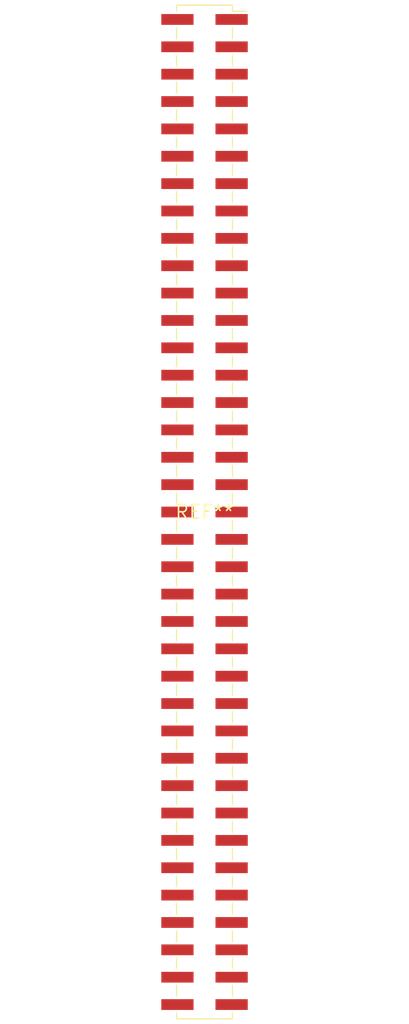
<source format=kicad_pcb>
(kicad_pcb (version 20240108) (generator pcbnew)
  (layers (0 "F.Cu" signal) (31 "B.Cu" signal) (34 "B.Paste" user) (35 "F.Paste" user) (36 "B.SilkS" user "B.Silkscreen") (37 "F.SilkS" user "F.Silkscreen") (38 "B.Mask" user) (39 "F.Mask" user) (44 "Edge.Cuts" user))
  (net 0 "")
  (footprint "PinSocket_2x37_P2.54mm_Vertical_SMD" (layer "F.Cu") (at 0 0)
    (property "Reference" "REF**")
    (property "Value" "PinSocket_2x37_P2.54mm_Vertical_SMD")
    (fp_line (start -2.6 -47.05) (end -2.6 -46.48) (layer "F.SilkS") (stroke (width 0.12)))
    (fp_line (start -2.6 -47.05) (end 2.6 -47.05) (layer "F.SilkS") (stroke (width 0.12)))
    (fp_line (start -2.6 -44.96) (end -2.6 -43.94) (layer "F.SilkS") (stroke (width 0.12)))
    (fp_line (start -2.6 -42.42) (end -2.6 -41.4) (layer "F.SilkS") (stroke (width 0.12)))
    (fp_line (start -2.6 -39.88) (end -2.6 -38.86) (layer "F.SilkS") (stroke (width 0.12)))
    (fp_line (start -2.6 -37.34) (end -2.6 -36.32) (layer "F.SilkS") (stroke (width 0.12)))
    (fp_line (start -2.6 -34.8) (end -2.6 -33.78) (layer "F.SilkS") (stroke (width 0.12)))
    (fp_line (start -2.6 -32.26) (end -2.6 -31.24) (layer "F.SilkS") (stroke (width 0.12)))
    (fp_line (start -2.6 -29.72) (end -2.6 -28.7) (layer "F.SilkS") (stroke (width 0.12)))
    (fp_line (start -2.6 -27.18) (end -2.6 -26.16) (layer "F.SilkS") (stroke (width 0.12)))
    (fp_line (start -2.6 -24.64) (end -2.6 -23.62) (layer "F.SilkS") (stroke (width 0.12)))
    (fp_line (start -2.6 -22.1) (end -2.6 -21.08) (layer "F.SilkS") (stroke (width 0.12)))
    (fp_line (start -2.6 -19.56) (end -2.6 -18.54) (layer "F.SilkS") (stroke (width 0.12)))
    (fp_line (start -2.6 -17.02) (end -2.6 -16) (layer "F.SilkS") (stroke (width 0.12)))
    (fp_line (start -2.6 -14.48) (end -2.6 -13.46) (layer "F.SilkS") (stroke (width 0.12)))
    (fp_line (start -2.6 -11.94) (end -2.6 -10.92) (layer "F.SilkS") (stroke (width 0.12)))
    (fp_line (start -2.6 -9.4) (end -2.6 -8.38) (layer "F.SilkS") (stroke (width 0.12)))
    (fp_line (start -2.6 -6.86) (end -2.6 -5.84) (layer "F.SilkS") (stroke (width 0.12)))
    (fp_line (start -2.6 -4.32) (end -2.6 -3.3) (layer "F.SilkS") (stroke (width 0.12)))
    (fp_line (start -2.6 -1.78) (end -2.6 -0.76) (layer "F.SilkS") (stroke (width 0.12)))
    (fp_line (start -2.6 0.76) (end -2.6 1.78) (layer "F.SilkS") (stroke (width 0.12)))
    (fp_line (start -2.6 3.3) (end -2.6 4.32) (layer "F.SilkS") (stroke (width 0.12)))
    (fp_line (start -2.6 5.84) (end -2.6 6.86) (layer "F.SilkS") (stroke (width 0.12)))
    (fp_line (start -2.6 8.38) (end -2.6 9.4) (layer "F.SilkS") (stroke (width 0.12)))
    (fp_line (start -2.6 10.92) (end -2.6 11.94) (layer "F.SilkS") (stroke (width 0.12)))
    (fp_line (start -2.6 13.46) (end -2.6 14.48) (layer "F.SilkS") (stroke (width 0.12)))
    (fp_line (start -2.6 16) (end -2.6 17.02) (layer "F.SilkS") (stroke (width 0.12)))
    (fp_line (start -2.6 18.54) (end -2.6 19.56) (layer "F.SilkS") (stroke (width 0.12)))
    (fp_line (start -2.6 21.08) (end -2.6 22.1) (layer "F.SilkS") (stroke (width 0.12)))
    (fp_line (start -2.6 23.62) (end -2.6 24.64) (layer "F.SilkS") (stroke (width 0.12)))
    (fp_line (start -2.6 26.16) (end -2.6 27.18) (layer "F.SilkS") (stroke (width 0.12)))
    (fp_line (start -2.6 28.7) (end -2.6 29.72) (layer "F.SilkS") (stroke (width 0.12)))
    (fp_line (start -2.6 31.24) (end -2.6 32.26) (layer "F.SilkS") (stroke (width 0.12)))
    (fp_line (start -2.6 33.78) (end -2.6 34.8) (layer "F.SilkS") (stroke (width 0.12)))
    (fp_line (start -2.6 36.32) (end -2.6 37.34) (layer "F.SilkS") (stroke (width 0.12)))
    (fp_line (start -2.6 38.86) (end -2.6 39.88) (layer "F.SilkS") (stroke (width 0.12)))
    (fp_line (start -2.6 41.4) (end -2.6 42.42) (layer "F.SilkS") (stroke (width 0.12)))
    (fp_line (start -2.6 43.94) (end -2.6 44.96) (layer "F.SilkS") (stroke (width 0.12)))
    (fp_line (start -2.6 46.48) (end -2.6 47.05) (layer "F.SilkS") (stroke (width 0.12)))
    (fp_line (start -2.6 47.05) (end 2.6 47.05) (layer "F.SilkS") (stroke (width 0.12)))
    (fp_line (start 2.6 -47.05) (end 2.6 -46.48) (layer "F.SilkS") (stroke (width 0.12)))
    (fp_line (start 2.6 -46.48) (end 3.96 -46.48) (layer "F.SilkS") (stroke (width 0.12)))
    (fp_line (start 2.6 -44.96) (end 2.6 -43.94) (layer "F.SilkS") (stroke (width 0.12)))
    (fp_line (start 2.6 -42.42) (end 2.6 -41.4) (layer "F.SilkS") (stroke (width 0.12)))
    (fp_line (start 2.6 -39.88) (end 2.6 -38.86) (layer "F.SilkS") (stroke (width 0.12)))
    (fp_line (start 2.6 -37.34) (end 2.6 -36.32) (layer "F.SilkS") (stroke (width 0.12)))
    (fp_line (start 2.6 -34.8) (end 2.6 -33.78) (layer "F.SilkS") (stroke (width 0.12)))
    (fp_line (start 2.6 -32.26) (end 2.6 -31.24) (layer "F.SilkS") (stroke (width 0.12)))
    (fp_line (start 2.6 -29.72) (end 2.6 -28.7) (layer "F.SilkS") (stroke (width 0.12)))
    (fp_line (start 2.6 -27.18) (end 2.6 -26.16) (layer "F.SilkS") (stroke (width 0.12)))
    (fp_line (start 2.6 -24.64) (end 2.6 -23.62) (layer "F.SilkS") (stroke (width 0.12)))
    (fp_line (start 2.6 -22.1) (end 2.6 -21.08) (layer "F.SilkS") (stroke (width 0.12)))
    (fp_line (start 2.6 -19.56) (end 2.6 -18.54) (layer "F.SilkS") (stroke (width 0.12)))
    (fp_line (start 2.6 -17.02) (end 2.6 -16) (layer "F.SilkS") (stroke (width 0.12)))
    (fp_line (start 2.6 -14.48) (end 2.6 -13.46) (layer "F.SilkS") (stroke (width 0.12)))
    (fp_line (start 2.6 -11.94) (end 2.6 -10.92) (layer "F.SilkS") (stroke (width 0.12)))
    (fp_line (start 2.6 -9.4) (end 2.6 -8.38) (layer "F.SilkS") (stroke (width 0.12)))
    (fp_line (start 2.6 -6.86) (end 2.6 -5.84) (layer "F.SilkS") (stroke (width 0.12)))
    (fp_line (start 2.6 -4.32) (end 2.6 -3.3) (layer "F.SilkS") (stroke (width 0.12)))
    (fp_line (start 2.6 -1.78) (end 2.6 -0.76) (layer "F.SilkS") (stroke (width 0.12)))
    (fp_line (start 2.6 0.76) (end 2.6 1.78) (layer "F.SilkS") (stroke (width 0.12)))
    (fp_line (start 2.6 3.3) (end 2.6 4.32) (layer "F.SilkS") (stroke (width 0.12)))
    (fp_line (start 2.6 5.84) (end 2.6 6.86) (layer "F.SilkS") (stroke (width 0.12)))
    (fp_line (start 2.6 8.38) (end 2.6 9.4) (layer "F.SilkS") (stroke (width 0.12)))
    (fp_line (start 2.6 10.92) (end 2.6 11.94) (layer "F.SilkS") (stroke (width 0.12)))
    (fp_line (start 2.6 13.46) (end 2.6 14.48) (layer "F.SilkS") (stroke (width 0.12)))
    (fp_line (start 2.6 16) (end 2.6 17.02) (layer "F.SilkS") (stroke (width 0.12)))
    (fp_line (start 2.6 18.54) (end 2.6 19.56) (layer "F.SilkS") (stroke (width 0.12)))
    (fp_line (start 2.6 21.08) (end 2.6 22.1) (layer "F.SilkS") (stroke (width 0.12)))
    (fp_line (start 2.6 23.62) (end 2.6 24.64) (layer "F.SilkS") (stroke (width 0.12)))
    (fp_line (start 2.6 26.16) (end 2.6 27.18) (layer "F.SilkS") (stroke (width 0.12)))
    (fp_line (start 2.6 28.7) (end 2.6 29.72) (layer "F.SilkS") (stroke (width 0.12)))
    (fp_line (start 2.6 31.24) (end 2.6 32.26) (layer "F.SilkS") (stroke (width 0.12)))
    (fp_line (start 2.6 33.78) (end 2.6 34.8) (layer "F.SilkS") (stroke (width 0.12)))
    (fp_line (start 2.6 36.32) (end 2.6 37.34) (layer "F.SilkS") (stroke (width 0.12)))
    (fp_line (start 2.6 38.86) (end 2.6 39.88) (layer "F.SilkS") (stroke (width 0.12)))
    (fp_line (start 2.6 41.4) (end 2.6 42.42) (layer "F.SilkS") (stroke (width 0.12)))
    (fp_line (start 2.6 43.94) (end 2.6 44.96) (layer "F.SilkS") (stroke (width 0.12)))
    (fp_line (start 2.6 46.48) (end 2.6 47.05) (layer "F.SilkS") (stroke (width 0.12)))
    (pad "1" smd rect (at 2.52 -45.72) (size 3 1) (layers "F.Cu" "F.Paste" "F.Mask"))
    (pad "2" smd rect (at -2.52 -45.72) (size 3 1) (layers "F.Cu" "F.Paste" "F.Mask"))
    (pad "3" smd rect (at 2.52 -43.18) (size 3 1) (layers "F.Cu" "F.Paste" "F.Mask"))
    (pad "4" smd rect (at -2.52 -43.18) (size 3 1) (layers "F.Cu" "F.Paste" "F.Mask"))
    (pad "5" smd rect (at 2.52 -40.64) (size 3 1) (layers "F.Cu" "F.Paste" "F.Mask"))
    (pad "6" smd rect (at -2.52 -40.64) (size 3 1) (layers "F.Cu" "F.Paste" "F.Mask"))
    (pad "7" smd rect (at 2.52 -38.1) (size 3 1) (layers "F.Cu" "F.Paste" "F.Mask"))
    (pad "8" smd rect (at -2.52 -38.1) (size 3 1) (layers "F.Cu" "F.Paste" "F.Mask"))
    (pad "9" smd rect (at 2.52 -35.56) (size 3 1) (layers "F.Cu" "F.Paste" "F.Mask"))
    (pad "10" smd rect (at -2.52 -35.56) (size 3 1) (layers "F.Cu" "F.Paste" "F.Mask"))
    (pad "11" smd rect (at 2.52 -33.02) (size 3 1) (layers "F.Cu" "F.Paste" "F.Mask"))
    (pad "12" smd rect (at -2.52 -33.02) (size 3 1) (layers "F.Cu" "F.Paste" "F.Mask"))
    (pad "13" smd rect (at 2.52 -30.48) (size 3 1) (layers "F.Cu" "F.Paste" "F.Mask"))
    (pad "14" smd rect (at -2.52 -30.48) (size 3 1) (layers "F.Cu" "F.Paste" "F.Mask"))
    (pad "15" smd rect (at 2.52 -27.94) (size 3 1) (layers "F.Cu" "F.Paste" "F.Mask"))
    (pad "16" smd rect (at -2.52 -27.94) (size 3 1) (layers "F.Cu" "F.Paste" "F.Mask"))
    (pad "17" smd rect (at 2.52 -25.4) (size 3 1) (layers "F.Cu" "F.Paste" "F.Mask"))
    (pad "18" smd rect (at -2.52 -25.4) (size 3 1) (layers "F.Cu" "F.Paste" "F.Mask"))
    (pad "19" smd rect (at 2.52 -22.86) (size 3 1) (layers "F.Cu" "F.Paste" "F.Mask"))
    (pad "20" smd rect (at -2.52 -22.86) (size 3 1) (layers "F.Cu" "F.Paste" "F.Mask"))
    (pad "21" smd rect (at 2.52 -20.32) (size 3 1) (layers "F.Cu" "F.Paste" "F.Mask"))
    (pad "22" smd rect (at -2.52 -20.32) (size 3 1) (layers "F.Cu" "F.Paste" "F.Mask"))
    (pad "23" smd rect (at 2.52 -17.78) (size 3 1) (layers "F.Cu" "F.Paste" "F.Mask"))
    (pad "24" smd rect (at -2.52 -17.78) (size 3 1) (layers "F.Cu" "F.Paste" "F.Mask"))
    (pad "25" smd rect (at 2.52 -15.24) (size 3 1) (layers "F.Cu" "F.Paste" "F.Mask"))
    (pad "26" smd rect (at -2.52 -15.24) (size 3 1) (layers "F.Cu" "F.Paste" "F.Mask"))
    (pad "27" smd rect (at 2.52 -12.7) (size 3 1) (layers "F.Cu" "F.Paste" "F.Mask"))
    (pad "28" smd rect (at -2.52 -12.7) (size 3 1) (layers "F.Cu" "F.Paste" "F.Mask"))
    (pad "29" smd rect (at 2.52 -10.16) (size 3 1) (layers "F.Cu" "F.Paste" "F.Mask"))
    (pad "30" smd rect (at -2.52 -10.16) (size 3 1) (layers "F.Cu" "F.Paste" "F.Mask"))
    (pad "31" smd rect (at 2.52 -7.62) (size 3 1) (layers "F.Cu" "F.Paste" "F.Mask"))
    (pad "32" smd rect (at -2.52 -7.62) (size 3 1) (layers "F.Cu" "F.Paste" "F.Mask"))
    (pad "33" smd rect (at 2.52 -5.08) (size 3 1) (layers "F.Cu" "F.Paste" "F.Mask"))
    (pad "34" smd rect (at -2.52 -5.08) (size 3 1) (layers "F.Cu" "F.Paste" "F.Mask"))
    (pad "35" smd rect (at 2.52 -2.54) (size 3 1) (layers "F.Cu" "F.Paste" "F.Mask"))
    (pad "36" smd rect (at -2.52 -2.54) (size 3 1) (layers "F.Cu" "F.Paste" "F.Mask"))
    (pad "37" smd rect (at 2.52 0) (size 3 1) (layers "F.Cu" "F.Paste" "F.Mask"))
    (pad "38" smd rect (at -2.52 0) (size 3 1) (layers "F.Cu" "F.Paste" "F.Mask"))
    (pad "39" smd rect (at 2.52 2.54) (size 3 1) (layers "F.Cu" "F.Paste" "F.Mask"))
    (pad "40" smd rect (at -2.52 2.54) (size 3 1) (layers "F.Cu" "F.Paste" "F.Mask"))
    (pad "41" smd rect (at 2.52 5.08) (size 3 1) (layers "F.Cu" "F.Paste" "F.Mask"))
    (pad "42" smd rect (at -2.52 5.08) (size 3 1) (layers "F.Cu" "F.Paste" "F.Mask"))
    (pad "43" smd rect (at 2.52 7.62) (size 3 1) (layers "F.Cu" "F.Paste" "F.Mask"))
    (pad "44" smd rect (at -2.52 7.62) (size 3 1) (layers "F.Cu" "F.Paste" "F.Mask"))
    (pad "45" smd rect (at 2.52 10.16) (size 3 1) (layers "F.Cu" "F.Paste" "F.Mask"))
    (pad "46" smd rect (at -2.52 10.16) (size 3 1) (layers "F.Cu" "F.Paste" "F.Mask"))
    (pad "47" smd rect (at 2.52 12.7) (size 3 1) (layers "F.Cu" "F.Paste" "F.Mask"))
    (pad "48" smd rect (at -2.52 12.7) (size 3 1) (layers "F.Cu" "F.Paste" "F.Mask"))
    (pad "49" smd rect (at 2.52 15.24) (size 3 1) (layers "F.Cu" "F.Paste" "F.Mask"))
    (pad "50" smd rect (at -2.52 15.24) (size 3 1) (layers "F.Cu" "F.Paste" "F.Mask"))
    (pad "51" smd rect (at 2.52 17.78) (size 3 1) (layers "F.Cu" "F.Paste" "F.Mask"))
    (pad "52" smd rect (at -2.52 17.78) (size 3 1) (layers "F.Cu" "F.Paste" "F.Mask"))
    (pad "53" smd rect (at 2.52 20.32) (size 3 1) (layers "F.Cu" "F.Paste" "F.Mask"))
    (pad "54" smd rect (at -2.52 20.32) (size 3 1) (layers "F.Cu" "F.Paste" "F.Mask"))
    (pad "55" smd rect (at 2.52 22.86) (size 3 1) (layers "F.Cu" "F.Paste" "F.Mask"))
    (pad "56" smd rect (at -2.52 22.86) (size 3 1) (layers "F.Cu" "F.Paste" "F.Mask"))
    (pad "57" smd rect (at 2.52 25.4) (size 3 1) (layers "F.Cu" "F.Paste" "F.Mask"))
    (pad "58" smd rect (at -2.52 25.4) (size 3 1) (layers "F.Cu" "F.Paste" "F.Mask"))
    (pad "59" smd rect (at 2.52 27.94) (size 3 1) (layers "F.Cu" "F.Paste" "F.Mask"))
    (pad "60" smd rect (at -2.52 27.94) (size 3 1) (layers "F.Cu" "F.Paste" "F.Mask"))
    (pad "61" smd rect (at 2.52 30.48) (size 3 1) (layers "F.Cu" "F.Paste" "F.Mask"))
    (pad "62" smd rect (at -2.52 30.48) (size 3 1) (layers "F.Cu" "F.Paste" "F.Mask"))
    (pad "63" smd rect (at 2.52 33.02) (size 3 1) (layers "F.Cu" "F.Paste" "F.Mask"))
    (pad "64" smd rect (at -2.52 33.02) (size 3 1) (layers "F.Cu" "F.Paste" "F.Mask"))
    (pad "65" smd rect (at 2.52 35.56) (size 3 1) (layers "F.Cu" "F.Paste" "F.Mask"))
    (pad "66" smd rect (at -2.52 35.56) (size 3 1) (layers "F.Cu" "F.Paste" "F.Mask"))
    (pad "67" smd rect (at 2.52 38.1) (size 3 1) (layers "F.Cu" "F.Paste" "F.Mask"))
    (pad "68" smd rect (at -2.52 38.1) (size 3 1) (layers "F.Cu" "F.Paste" "F.Mask"))
    (pad "69" smd rect (at 2.52 40.64) (size 3 1) (layers "F.Cu" "F.Paste" "F.Mask"))
    (pad "70" smd rect (at -2.52 40.64) (size 3 1) (layers "F.Cu" "F.Paste" "F.Mask"))
    (pad "71" smd rect (at 2.52 43.18) (size 3 1) (layers "F.Cu" "F.Paste" "F.Mask"))
    (pad "72" smd rect (at -2.52 43.18) (size 3 1) (layers "F.Cu" "F.Paste" "F.Mask"))
    (pad "73" smd rect (at 2.52 45.72) (size 3 1) (layers "F.Cu" "F.Paste" "F.Mask"))
    (pad "74" smd rect (at -2.52 45.72) (size 3 1) (layers "F.Cu" "F.Paste" "F.Mask"))
  )
)
</source>
